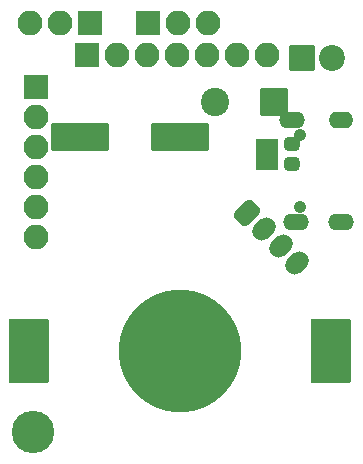
<source format=gbr>
G04 #@! TF.GenerationSoftware,KiCad,Pcbnew,7.0.8-7.0.8~ubuntu22.04.1*
G04 #@! TF.CreationDate,2024-07-29T11:47:05+09:00*
G04 #@! TF.ProjectId,FreqCounter3203,46726571-436f-4756-9e74-657233323033,rev?*
G04 #@! TF.SameCoordinates,Original*
G04 #@! TF.FileFunction,Soldermask,Bot*
G04 #@! TF.FilePolarity,Negative*
%FSLAX46Y46*%
G04 Gerber Fmt 4.6, Leading zero omitted, Abs format (unit mm)*
G04 Created by KiCad (PCBNEW 7.0.8-7.0.8~ubuntu22.04.1) date 2024-07-29 11:47:05*
%MOMM*%
%LPD*%
G01*
G04 APERTURE LIST*
G04 Aperture macros list*
%AMRoundRect*
0 Rectangle with rounded corners*
0 $1 Rounding radius*
0 $2 $3 $4 $5 $6 $7 $8 $9 X,Y pos of 4 corners*
0 Add a 4 corners polygon primitive as box body*
4,1,4,$2,$3,$4,$5,$6,$7,$8,$9,$2,$3,0*
0 Add four circle primitives for the rounded corners*
1,1,$1+$1,$2,$3*
1,1,$1+$1,$4,$5*
1,1,$1+$1,$6,$7*
1,1,$1+$1,$8,$9*
0 Add four rect primitives between the rounded corners*
20,1,$1+$1,$2,$3,$4,$5,0*
20,1,$1+$1,$4,$5,$6,$7,0*
20,1,$1+$1,$6,$7,$8,$9,0*
20,1,$1+$1,$8,$9,$2,$3,0*%
%AMHorizOval*
0 Thick line with rounded ends*
0 $1 width*
0 $2 $3 position (X,Y) of the first rounded end (center of the circle)*
0 $4 $5 position (X,Y) of the second rounded end (center of the circle)*
0 Add line between two ends*
20,1,$1,$2,$3,$4,$5,0*
0 Add two circle primitives to create the rounded ends*
1,1,$1,$2,$3*
1,1,$1,$4,$5*%
G04 Aperture macros list end*
%ADD10C,3.600000*%
%ADD11RoundRect,0.200000X-0.900000X-0.900000X0.900000X-0.900000X0.900000X0.900000X-0.900000X0.900000X0*%
%ADD12C,2.200000*%
%ADD13RoundRect,0.200000X0.850000X-0.850000X0.850000X0.850000X-0.850000X0.850000X-0.850000X-0.850000X0*%
%ADD14O,2.100000X2.100000*%
%ADD15RoundRect,0.200000X-0.850000X0.850000X-0.850000X-0.850000X0.850000X-0.850000X0.850000X0.850000X0*%
%ADD16C,1.050000*%
%ADD17O,2.200000X1.400000*%
%ADD18O,2.100000X1.400000*%
%ADD19RoundRect,0.200000X0.850000X0.850000X-0.850000X0.850000X-0.850000X-0.850000X0.850000X-0.850000X0*%
%ADD20RoundRect,0.200000X-0.750000X0.500000X-0.750000X-0.500000X0.750000X-0.500000X0.750000X0.500000X0*%
%ADD21RoundRect,0.200000X1.000000X1.000000X-1.000000X1.000000X-1.000000X-1.000000X1.000000X-1.000000X0*%
%ADD22C,2.400000*%
%ADD23RoundRect,0.200000X2.250000X1.000000X-2.250000X1.000000X-2.250000X-1.000000X2.250000X-1.000000X0*%
%ADD24RoundRect,0.400000X-0.275000X0.200000X-0.275000X-0.200000X0.275000X-0.200000X0.275000X0.200000X0*%
%ADD25RoundRect,0.450000X-0.689429X-0.194454X-0.194454X-0.689429X0.689429X0.194454X0.194454X0.689429X0*%
%ADD26HorizOval,1.600000X-0.194454X-0.194454X0.194454X0.194454X0*%
%ADD27RoundRect,0.200000X-1.500000X-2.550000X1.500000X-2.550000X1.500000X2.550000X-1.500000X2.550000X0*%
%ADD28C,10.400000*%
G04 APERTURE END LIST*
D10*
X130785600Y-73844800D03*
D11*
X153545600Y-42244800D03*
D12*
X156085600Y-42244800D03*
D13*
X140545600Y-39244800D03*
D14*
X143085600Y-39244800D03*
X145625600Y-39244800D03*
D15*
X135625600Y-39244800D03*
D14*
X133085600Y-39244800D03*
X130545600Y-39244800D03*
D16*
X153395600Y-54844800D03*
X153395600Y-48684800D03*
D17*
X153085600Y-56084800D03*
X156885600Y-56084800D03*
X152705600Y-47444800D03*
D18*
X156885600Y-47444800D03*
D13*
X135345600Y-41944800D03*
D14*
X137885600Y-41944800D03*
X140425600Y-41944800D03*
X142965600Y-41944800D03*
X145505600Y-41944800D03*
X148045600Y-41944800D03*
X150585600Y-41944800D03*
D19*
X131085600Y-44624800D03*
D14*
X131085600Y-47164800D03*
X131085600Y-49704800D03*
X131085600Y-52244800D03*
X131085600Y-54784800D03*
X131085600Y-57324800D03*
D20*
X150585600Y-49744800D03*
X150585600Y-51044800D03*
D21*
X151235600Y-45944800D03*
D22*
X146235600Y-45944800D03*
D23*
X143235600Y-48894800D03*
X134735600Y-48894800D03*
D24*
X152685600Y-49519800D03*
X152685600Y-51169800D03*
D25*
X148942959Y-55302159D03*
D26*
X150357173Y-56716373D03*
X151771386Y-58130586D03*
X153185600Y-59544800D03*
D27*
X130435600Y-66994800D03*
X156035600Y-66994800D03*
D28*
X143235600Y-66994800D03*
M02*

</source>
